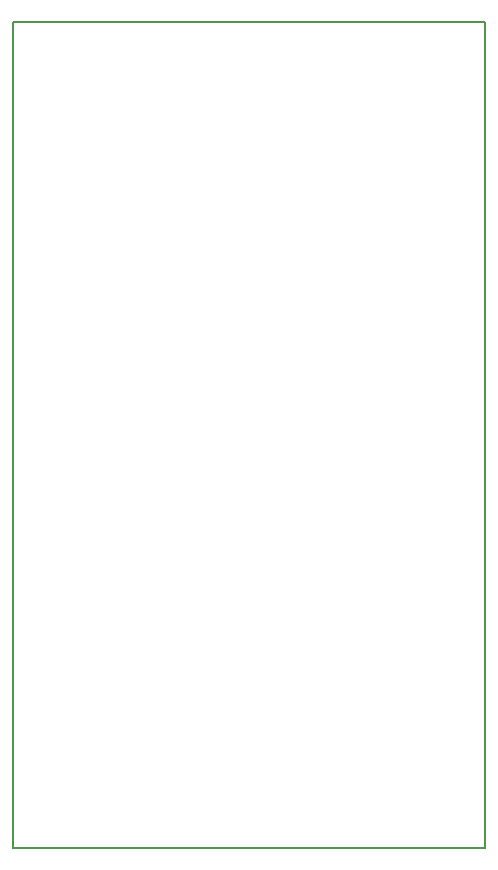
<source format=gbr>
%TF.GenerationSoftware,KiCad,Pcbnew,5.1.6-c6e7f7d~87~ubuntu16.04.1*%
%TF.CreationDate,2020-08-06T14:46:29+05:00*%
%TF.ProjectId,adapter,61646170-7465-4722-9e6b-696361645f70,rev?*%
%TF.SameCoordinates,Original*%
%TF.FileFunction,Profile,NP*%
%FSLAX46Y46*%
G04 Gerber Fmt 4.6, Leading zero omitted, Abs format (unit mm)*
G04 Created by KiCad (PCBNEW 5.1.6-c6e7f7d~87~ubuntu16.04.1) date 2020-08-06 14:46:29*
%MOMM*%
%LPD*%
G01*
G04 APERTURE LIST*
%TA.AperFunction,Profile*%
%ADD10C,0.150000*%
%TD*%
G04 APERTURE END LIST*
D10*
X19000000Y-93000000D02*
X19000000Y-23000000D01*
X59000000Y-93000000D02*
X19000000Y-93000000D01*
X59000000Y-23000000D02*
X59000000Y-93000000D01*
X19000000Y-23000000D02*
X59000000Y-23000000D01*
M02*

</source>
